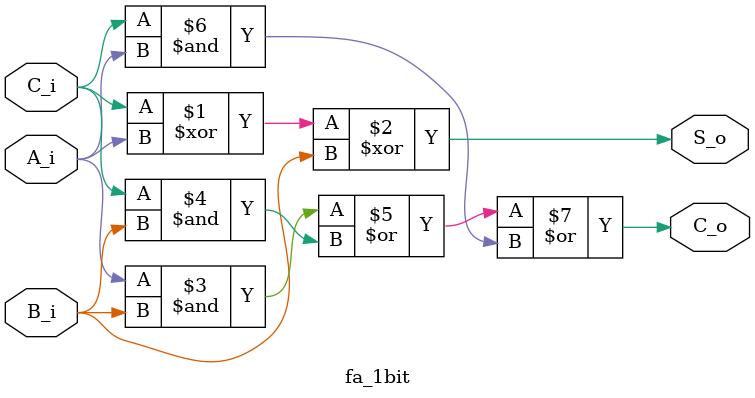
<source format=v>
`timescale 1ns / 1ps // Define time tick unit.

module full_adder_tb;

	// Input signals
	reg A, B;
	reg Cin;         // Carry in

	// Output signals
	wire Sum;
	wire Cout;       // Carry out

	// Instantiate the Unit Under Test (UUT)
	fa_1bit uut (.A_i(A), .B_i(B), .C_i(Cin), .S_o(Sum), .C_o(Cout));

initial begin
    // Setup the signal dump file.
    $dumpfile("full_adder.vcd"); // Set the name of the dump file.
    $dumpvars;                   // Save all signals to the dump file.

    // Display the signal values whenever there is a change.
    $monitor("A=%b, B=%b Cin=%b | Cout=%b Sum=%b", A, B, Cin, Cout, Sum);

    // Initialize the input signals
    A = 0; B = 0; Cin = 0;

    // Change input signals; wait 20 time units for each change
    #20; A = 1'b0; B = 1'b1; Cin = 1'b0;
    #20; A = 1'b1; B = 1'b0; Cin = 1'b1;
    #20; A = 1'b1; B = 1'b1; Cin = 1'b1;
    #20; $finish; // End the simulation.
end
endmodule

module fa_1bit(input A_i, input B_i, input C_i, output S_o, output C_o);
  assign S_o = C_i ^ A_i ^ B_i;
  assign C_o = (A_i & B_i) | (C_i & B_i) | (C_i & A_i);
endmodule

</source>
